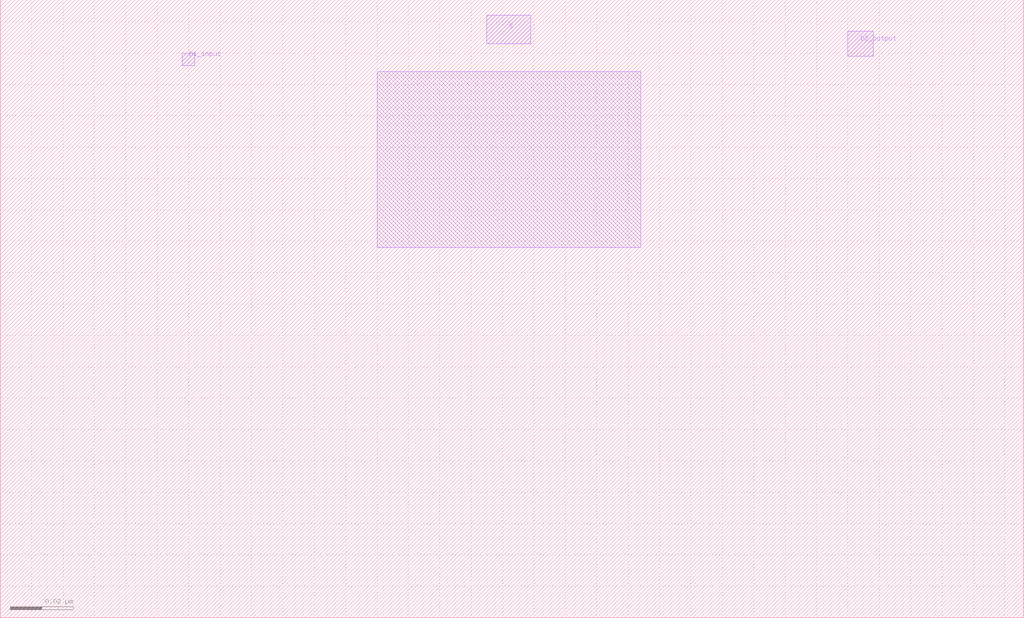
<source format=lef>
VERSION 5.7 ;
BUSBITCHARS "[]" ;
DIVIDERCHAR "/" ;

PROPERTYDEFINITIONS
  MACRO function STRING ;
  MACRO _pcCompiledCounter INTEGER ;
  MACRO viewSubType STRING ;
END PROPERTYDEFINITIONS

MACRO current_mirror_nmos
  ORIGIN 0 0 ;
  FOREIGN current_mirror_nmos 0 0 ;
  SIZE 0.326 BY 0.197 ;
  PIN D2_output
    DIRECTION INOUT ;
    USE SIGNAL ;
    PORT
      LAYER M1 ;
        RECT 0.2695 0.1785 0.2775 0.187 ;
    END
  END D2_output
  PIN S
    DIRECTION INOUT ;
    USE SIGNAL ;
    PORT
      LAYER M1 ;
        RECT 0.155 0.1825 0.1685 0.192 ;
    END
  END S
  PIN D1_input
    DIRECTION INOUT ;
    USE SIGNAL ;
    PORT
      LAYER M1 ;
        RECT 0.0575 0.176 0.0615 0.18 ;
    END
  END D1_input
  OBS
    LAYER M1 ;
      RECT 0.12 0.118 0.204 0.174 ;
  END
  PROPERTY function "transistor" ;
  PROPERTY _pcCompiledCounter 846 ;
  PROPERTY viewSubType "maskLayoutParamCell" ;
END current_mirror_nmos

END LIBRARY

</source>
